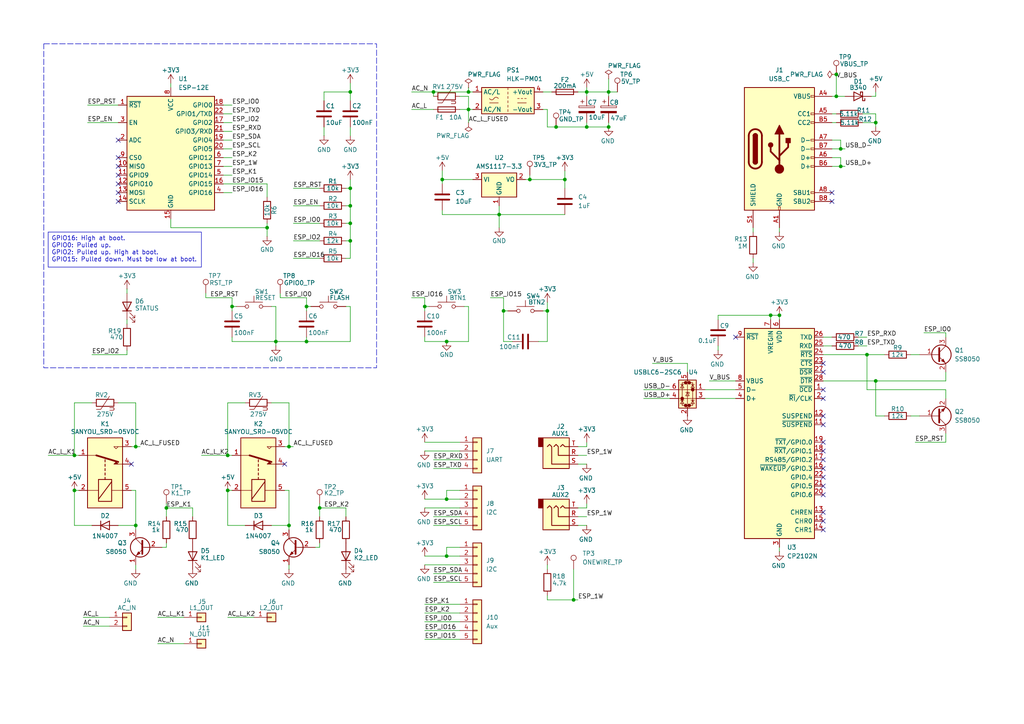
<source format=kicad_sch>
(kicad_sch (version 20231120) (generator "eeschema") (generator_version "8.0")
  (paper "A4")
  (junction (at 21.59 142.24))
  (junction (at 242.57 27.94))
  (junction (at 101.6 69.85))
  (junction (at 242.57 21.59))
  (junction (at 144.78 62.23))
  (junction (at 83.82 129.54))
  (junction (at 153.67 52.07))
  (junction (at 66.04 132.08))
  (junction (at 88.9 88.9))
  (junction (at 158.75 90.17))
  (junction (at 83.82 152.4))
  (junction (at 67.31 88.9))
  (junction (at 163.83 52.07))
  (junction (at 125.73 26.67))
  (junction (at 101.6 26.67))
  (junction (at 129.54 99.06))
  (junction (at 80.01 99.06))
  (junction (at 66.04 142.24))
  (junction (at 77.47 66.04))
  (junction (at 226.06 91.44))
  (junction (at 123.19 88.9))
  (junction (at 39.37 152.4))
  (junction (at 135.89 31.75))
  (junction (at 48.26 147.32))
  (junction (at 243.84 48.26))
  (junction (at 129.54 144.78))
  (junction (at 254 35.56))
  (junction (at 146.05 90.17))
  (junction (at 101.6 54.61))
  (junction (at 21.59 132.08))
  (junction (at 223.52 91.44))
  (junction (at 128.27 52.07))
  (junction (at 101.6 59.69))
  (junction (at 135.89 26.67))
  (junction (at 101.6 64.77))
  (junction (at 170.18 26.67))
  (junction (at 92.71 147.32))
  (junction (at 129.54 161.29))
  (junction (at 161.29 36.83))
  (junction (at 254 110.49))
  (junction (at 176.53 26.67))
  (junction (at 170.18 36.83))
  (junction (at 166.37 173.99))
  (junction (at 243.84 43.18))
  (junction (at 88.9 99.06))
  (junction (at 176.53 36.83))
  (junction (at 251.46 102.87))
  (junction (at 39.37 129.54))
  (no_connect (at 34.29 48.26))
  (no_connect (at 238.76 153.67))
  (no_connect (at 238.76 143.51))
  (no_connect (at 238.76 107.95))
  (no_connect (at 238.76 135.89))
  (no_connect (at 238.76 138.43))
  (no_connect (at 34.29 55.88))
  (no_connect (at 238.76 113.03))
  (no_connect (at 238.76 130.81))
  (no_connect (at 82.55 134.62))
  (no_connect (at 241.3 58.42))
  (no_connect (at 238.76 133.35))
  (no_connect (at 241.3 55.88))
  (no_connect (at 238.76 151.13))
  (no_connect (at 34.29 53.34))
  (no_connect (at 34.29 50.8))
  (no_connect (at 34.29 40.64))
  (no_connect (at 238.76 123.19))
  (no_connect (at 238.76 120.65))
  (no_connect (at 34.29 45.72))
  (no_connect (at 238.76 115.57))
  (no_connect (at 238.76 148.59))
  (no_connect (at 238.76 140.97))
  (no_connect (at 34.29 58.42))
  (no_connect (at 213.36 97.79))
  (no_connect (at 238.76 128.27))
  (no_connect (at 238.76 105.41))
  (no_connect (at 38.1 134.62))
  (wire (pts (xy 77.47 66.04) (xy 77.47 68.58)))
  (wire (pts (xy 78.74 116.84) (xy 83.82 116.84)))
  (wire (pts (xy 251.46 102.87) (xy 251.46 113.03)))
  (wire (pts (xy 242.57 21.59) (xy 242.57 27.94)))
  (wire (pts (xy 204.47 113.03) (xy 213.36 113.03)))
  (wire (pts (xy 123.19 86.36) (xy 123.19 88.9)))
  (wire (pts (xy 242.57 27.94) (xy 245.11 27.94)))
  (wire (pts (xy 101.6 74.93) (xy 101.6 69.85)))
  (wire (pts (xy 243.84 43.18) (xy 245.11 43.18)))
  (wire (pts (xy 34.29 116.84) (xy 39.37 116.84)))
  (wire (pts (xy 39.37 142.24) (xy 39.37 152.4)))
  (wire (pts (xy 59.69 86.36) (xy 67.31 86.36)))
  (wire (pts (xy 123.19 180.34) (xy 133.35 180.34)))
  (wire (pts (xy 238.76 110.49) (xy 254 110.49)))
  (wire (pts (xy 125.73 26.67) (xy 125.73 27.94)))
  (wire (pts (xy 241.3 27.94) (xy 242.57 27.94)))
  (wire (pts (xy 243.84 48.26) (xy 241.3 48.26)))
  (wire (pts (xy 21.59 142.24) (xy 22.86 142.24)))
  (wire (pts (xy 123.19 88.9) (xy 124.46 88.9)))
  (wire (pts (xy 101.6 36.83) (xy 101.6 39.37)))
  (wire (pts (xy 167.64 129.54) (xy 170.18 129.54)))
  (wire (pts (xy 176.53 35.56) (xy 176.53 36.83)))
  (wire (pts (xy 80.01 99.06) (xy 80.01 100.33)))
  (wire (pts (xy 250.19 35.56) (xy 254 35.56)))
  (wire (pts (xy 163.83 52.07) (xy 163.83 54.61)))
  (wire (pts (xy 64.77 53.34) (xy 77.47 53.34)))
  (wire (pts (xy 101.6 69.85) (xy 101.6 64.77)))
  (wire (pts (xy 167.64 147.32) (xy 170.18 147.32)))
  (wire (pts (xy 77.47 57.15) (xy 77.47 53.34)))
  (wire (pts (xy 39.37 163.83) (xy 39.37 165.1)))
  (wire (pts (xy 81.28 86.36) (xy 88.9 86.36)))
  (wire (pts (xy 241.3 35.56) (xy 242.57 35.56)))
  (wire (pts (xy 83.82 129.54) (xy 85.09 129.54)))
  (wire (pts (xy 241.3 40.64) (xy 243.84 40.64)))
  (wire (pts (xy 81.28 85.09) (xy 81.28 86.36)))
  (wire (pts (xy 125.73 168.91) (xy 133.35 168.91)))
  (wire (pts (xy 250.19 33.02) (xy 254 33.02)))
  (wire (pts (xy 254 27.94) (xy 254 26.67)))
  (wire (pts (xy 163.83 49.53) (xy 163.83 52.07)))
  (wire (pts (xy 83.82 163.83) (xy 83.82 165.1)))
  (wire (pts (xy 123.19 161.29) (xy 129.54 161.29)))
  (wire (pts (xy 66.04 132.08) (xy 67.31 132.08)))
  (wire (pts (xy 274.32 107.95) (xy 274.32 110.49)))
  (wire (pts (xy 66.04 152.4) (xy 66.04 142.24)))
  (wire (pts (xy 223.52 92.71) (xy 223.52 91.44)))
  (wire (pts (xy 243.84 45.72) (xy 243.84 48.26)))
  (wire (pts (xy 204.47 115.57) (xy 213.36 115.57)))
  (wire (pts (xy 93.98 26.67) (xy 93.98 29.21)))
  (wire (pts (xy 243.84 40.64) (xy 243.84 43.18)))
  (wire (pts (xy 167.64 134.62) (xy 170.18 134.62)))
  (wire (pts (xy 146.05 86.36) (xy 146.05 90.17)))
  (wire (pts (xy 158.75 173.99) (xy 166.37 173.99)))
  (wire (pts (xy 199.39 105.41) (xy 199.39 107.95)))
  (wire (pts (xy 88.9 88.9) (xy 88.9 90.17)))
  (wire (pts (xy 254 110.49) (xy 254 120.65)))
  (wire (pts (xy 133.35 142.24) (xy 129.54 142.24)))
  (wire (pts (xy 135.89 88.9) (xy 135.89 99.06)))
  (wire (pts (xy 248.92 100.33) (xy 251.46 100.33)))
  (wire (pts (xy 26.67 116.84) (xy 21.59 116.84)))
  (wire (pts (xy 248.92 97.79) (xy 251.46 97.79)))
  (wire (pts (xy 144.78 62.23) (xy 144.78 59.69)))
  (wire (pts (xy 64.77 50.8) (xy 67.31 50.8)))
  (wire (pts (xy 88.9 86.36) (xy 88.9 88.9)))
  (wire (pts (xy 82.55 142.24) (xy 83.82 142.24)))
  (wire (pts (xy 135.89 25.4) (xy 135.89 26.67)))
  (wire (pts (xy 36.83 92.71) (xy 36.83 93.98)))
  (wire (pts (xy 49.53 66.04) (xy 77.47 66.04)))
  (wire (pts (xy 85.09 74.93) (xy 92.71 74.93)))
  (wire (pts (xy 119.38 31.75) (xy 125.73 31.75)))
  (wire (pts (xy 123.19 175.26) (xy 133.35 175.26)))
  (wire (pts (xy 208.28 92.71) (xy 208.28 91.44)))
  (wire (pts (xy 85.09 59.69) (xy 92.71 59.69)))
  (wire (pts (xy 64.77 38.1) (xy 67.31 38.1)))
  (wire (pts (xy 170.18 26.67) (xy 170.18 25.4)))
  (wire (pts (xy 158.75 172.72) (xy 158.75 173.99)))
  (wire (pts (xy 226.06 158.75) (xy 226.06 160.02)))
  (wire (pts (xy 123.19 128.27) (xy 133.35 128.27)))
  (wire (pts (xy 48.26 147.32) (xy 55.88 147.32)))
  (wire (pts (xy 157.48 90.17) (xy 158.75 90.17)))
  (wire (pts (xy 80.01 99.06) (xy 88.9 99.06)))
  (wire (pts (xy 205.74 110.49) (xy 213.36 110.49)))
  (wire (pts (xy 64.77 30.48) (xy 67.31 30.48)))
  (wire (pts (xy 133.35 31.75) (xy 135.89 31.75)))
  (wire (pts (xy 133.35 27.94) (xy 135.89 27.94)))
  (wire (pts (xy 241.3 33.02) (xy 242.57 33.02)))
  (wire (pts (xy 123.19 99.06) (xy 129.54 99.06)))
  (wire (pts (xy 24.13 179.07) (xy 31.75 179.07)))
  (wire (pts (xy 274.32 110.49) (xy 254 110.49)))
  (wire (pts (xy 92.71 146.05) (xy 92.71 147.32)))
  (wire (pts (xy 166.37 173.99) (xy 167.64 173.99)))
  (wire (pts (xy 128.27 52.07) (xy 128.27 53.34)))
  (wire (pts (xy 45.72 186.69) (xy 53.34 186.69)))
  (wire (pts (xy 78.74 152.4) (xy 83.82 152.4)))
  (wire (pts (xy 101.6 59.69) (xy 100.33 59.69)))
  (wire (pts (xy 92.71 149.86) (xy 92.71 147.32)))
  (wire (pts (xy 226.06 91.44) (xy 226.06 92.71)))
  (wire (pts (xy 48.26 146.05) (xy 48.26 147.32)))
  (wire (pts (xy 265.43 128.27) (xy 274.32 128.27)))
  (wire (pts (xy 25.4 30.48) (xy 34.29 30.48)))
  (wire (pts (xy 274.32 113.03) (xy 274.32 115.57)))
  (wire (pts (xy 167.64 132.08) (xy 170.18 132.08)))
  (wire (pts (xy 100.33 147.32) (xy 92.71 147.32)))
  (wire (pts (xy 64.77 48.26) (xy 67.31 48.26)))
  (wire (pts (xy 92.71 158.75) (xy 92.71 157.48)))
  (wire (pts (xy 123.19 185.42) (xy 133.35 185.42)))
  (wire (pts (xy 135.89 27.94) (xy 135.89 31.75)))
  (wire (pts (xy 36.83 83.82) (xy 36.83 85.09)))
  (wire (pts (xy 170.18 35.56) (xy 170.18 36.83)))
  (wire (pts (xy 208.28 100.33) (xy 208.28 101.6)))
  (wire (pts (xy 67.31 88.9) (xy 67.31 90.17)))
  (wire (pts (xy 226.06 66.04) (xy 226.06 67.31)))
  (wire (pts (xy 85.09 54.61) (xy 92.71 54.61)))
  (wire (pts (xy 161.29 36.83) (xy 170.18 36.83)))
  (wire (pts (xy 241.3 45.72) (xy 243.84 45.72)))
  (wire (pts (xy 238.76 100.33) (xy 241.3 100.33)))
  (wire (pts (xy 125.73 152.4) (xy 133.35 152.4)))
  (wire (pts (xy 148.59 99.06) (xy 146.05 99.06)))
  (wire (pts (xy 163.83 62.23) (xy 144.78 62.23)))
  (wire (pts (xy 38.1 142.24) (xy 39.37 142.24)))
  (wire (pts (xy 64.77 35.56) (xy 67.31 35.56)))
  (wire (pts (xy 88.9 97.79) (xy 88.9 99.06)))
  (wire (pts (xy 88.9 88.9) (xy 90.17 88.9)))
  (wire (pts (xy 157.48 26.67) (xy 160.02 26.67)))
  (wire (pts (xy 176.53 36.83) (xy 170.18 36.83)))
  (wire (pts (xy 176.53 27.94) (xy 176.53 26.67)))
  (wire (pts (xy 34.29 152.4) (xy 39.37 152.4)))
  (wire (pts (xy 123.19 182.88) (xy 133.35 182.88)))
  (wire (pts (xy 123.19 88.9) (xy 123.19 90.17)))
  (wire (pts (xy 82.55 129.54) (xy 83.82 129.54)))
  (wire (pts (xy 176.53 22.86) (xy 176.53 26.67)))
  (wire (pts (xy 146.05 90.17) (xy 146.05 99.06)))
  (wire (pts (xy 39.37 129.54) (xy 40.64 129.54)))
  (wire (pts (xy 158.75 31.75) (xy 158.75 36.83)))
  (wire (pts (xy 152.4 52.07) (xy 153.67 52.07)))
  (wire (pts (xy 129.54 144.78) (xy 133.35 144.78)))
  (wire (pts (xy 135.89 31.75) (xy 135.89 35.56)))
  (wire (pts (xy 91.44 158.75) (xy 92.71 158.75)))
  (wire (pts (xy 243.84 43.18) (xy 241.3 43.18)))
  (wire (pts (xy 67.31 88.9) (xy 68.58 88.9)))
  (wire (pts (xy 156.21 99.06) (xy 158.75 99.06)))
  (wire (pts (xy 153.67 50.8) (xy 153.67 52.07)))
  (wire (pts (xy 64.77 33.02) (xy 67.31 33.02)))
  (wire (pts (xy 157.48 31.75) (xy 158.75 31.75)))
  (wire (pts (xy 25.4 35.56) (xy 34.29 35.56)))
  (wire (pts (xy 264.16 102.87) (xy 266.7 102.87)))
  (wire (pts (xy 170.18 26.67) (xy 176.53 26.67)))
  (wire (pts (xy 101.6 26.67) (xy 101.6 24.13)))
  (wire (pts (xy 186.69 113.03) (xy 194.31 113.03)))
  (wire (pts (xy 146.05 90.17) (xy 147.32 90.17)))
  (wire (pts (xy 170.18 146.05) (xy 170.18 147.32)))
  (wire (pts (xy 64.77 43.18) (xy 67.31 43.18)))
  (wire (pts (xy 167.64 26.67) (xy 170.18 26.67)))
  (wire (pts (xy 251.46 102.87) (xy 256.54 102.87)))
  (wire (pts (xy 274.32 125.73) (xy 274.32 128.27)))
  (wire (pts (xy 101.6 99.06) (xy 88.9 99.06)))
  (wire (pts (xy 21.59 132.08) (xy 22.86 132.08)))
  (wire (pts (xy 45.72 179.07) (xy 53.34 179.07)))
  (wire (pts (xy 21.59 152.4) (xy 21.59 142.24)))
  (wire (pts (xy 264.16 120.65) (xy 266.7 120.65)))
  (wire (pts (xy 158.75 87.63) (xy 158.75 90.17)))
  (wire (pts (xy 48.26 157.48) (xy 48.26 158.75)))
  (wire (pts (xy 80.01 88.9) (xy 80.01 99.06)))
  (wire (pts (xy 129.54 99.06) (xy 135.89 99.06)))
  (wire (pts (xy 170.18 26.67) (xy 170.18 27.94)))
  (wire (pts (xy 238.76 102.87) (xy 251.46 102.87)))
  (wire (pts (xy 66.04 116.84) (xy 66.04 132.08)))
  (wire (pts (xy 186.69 115.57) (xy 194.31 115.57)))
  (wire (pts (xy 80.01 88.9) (xy 78.74 88.9)))
  (wire (pts (xy 101.6 64.77) (xy 101.6 59.69)))
  (wire (pts (xy 208.28 91.44) (xy 223.52 91.44)))
  (wire (pts (xy 243.84 48.26) (xy 245.11 48.26)))
  (wire (pts (xy 13.97 132.08) (xy 21.59 132.08)))
  (wire (pts (xy 125.73 133.35) (xy 133.35 133.35)))
  (wire (pts (xy 125.73 149.86) (xy 133.35 149.86)))
  (wire (pts (xy 167.64 152.4) (xy 170.18 152.4)))
  (wire (pts (xy 24.13 181.61) (xy 31.75 181.61)))
  (wire (pts (xy 48.26 149.86) (xy 48.26 147.32)))
  (wire (pts (xy 39.37 153.67) (xy 39.37 152.4)))
  (wire (pts (xy 189.23 105.41) (xy 199.39 105.41)))
  (wire (pts (xy 119.38 26.67) (xy 125.73 26.67)))
  (wire (pts (xy 123.19 147.32) (xy 133.35 147.32)))
  (wire (pts (xy 36.83 101.6) (xy 36.83 102.87)))
  (wire (pts (xy 123.19 144.78) (xy 129.54 144.78)))
  (wire (pts (xy 134.62 88.9) (xy 135.89 88.9)))
  (wire (pts (xy 26.67 102.87) (xy 36.83 102.87)))
  (wire (pts (xy 85.09 64.77) (xy 92.71 64.77)))
  (wire (pts (xy 135.89 26.67) (xy 137.16 26.67)))
  (wire (pts (xy 119.38 86.36) (xy 123.19 86.36)))
  (wire (pts (xy 144.78 62.23) (xy 144.78 66.04)))
  (wire (pts (xy 21.59 116.84) (xy 21.59 132.08)))
  (wire (pts (xy 128.27 60.96) (xy 128.27 62.23)))
  (wire (pts (xy 77.47 64.77) (xy 77.47 66.04)))
  (wire (pts (xy 46.99 158.75) (xy 48.26 158.75)))
  (wire (pts (xy 267.97 96.52) (xy 274.32 96.52)))
  (wire (pts (xy 153.67 52.07) (xy 163.83 52.07)))
  (wire (pts (xy 101.6 54.61) (xy 101.6 59.69)))
  (wire (pts (xy 100.33 74.93) (xy 101.6 74.93)))
  (wire (pts (xy 101.6 26.67) (xy 101.6 29.21)))
  (wire (pts (xy 129.54 161.29) (xy 133.35 161.29)))
  (wire (pts (xy 49.53 24.13) (xy 49.53 25.4)))
  (wire (pts (xy 125.73 26.67) (xy 135.89 26.67)))
  (wire (pts (xy 158.75 163.83) (xy 158.75 165.1)))
  (wire (pts (xy 128.27 52.07) (xy 137.16 52.07)))
  (wire (pts (xy 67.31 99.06) (xy 67.31 97.79)))
  (wire (pts (xy 83.82 116.84) (xy 83.82 129.54)))
  (wire (pts (xy 39.37 116.84) (xy 39.37 129.54)))
  (wire (pts (xy 59.69 85.09) (xy 59.69 86.36)))
  (wire (pts (xy 129.54 142.24) (xy 129.54 144.78)))
  (wire (pts (xy 252.73 27.94) (xy 254 27.94)))
  (wire (pts (xy 100.33 64.77) (xy 101.6 64.77)))
  (wire (pts (xy 123.19 130.81) (xy 133.35 130.81)))
  (wire (pts (xy 223.52 91.44) (xy 226.06 91.44)))
  (wire (pts (xy 129.54 158.75) (xy 129.54 161.29)))
  (wire (pts (xy 64.77 45.72) (xy 67.31 45.72)))
  (wire (pts (xy 123.19 177.8) (xy 133.35 177.8)))
  (wire (pts (xy 218.44 74.93) (xy 218.44 76.2)))
  (wire (pts (xy 64.77 55.88) (xy 67.31 55.88)))
  (wire (pts (xy 83.82 152.4) (xy 83.82 153.67)))
  (wire (pts (xy 133.35 158.75) (xy 129.54 158.75)))
  (wire (pts (xy 93.98 26.67) (xy 101.6 26.67)))
  (wire (pts (xy 123.19 97.79) (xy 123.19 99.06)))
  (wire (pts (xy 83.82 142.24) (xy 83.82 152.4)))
  (wire (pts (xy 64.77 40.64) (xy 67.31 40.64)))
  (wire (pts (xy 135.89 31.75) (xy 137.16 31.75)))
  (wire (pts (xy 142.24 86.36) (xy 146.05 86.36)))
  (wire (pts (xy 100.33 88.9) (xy 101.6 88.9)))
  (wire (pts (xy 67.31 86.36) (xy 67.31 88.9)))
  (wire (pts (xy 80.01 99.06) (xy 67.31 99.06)))
  (wire (pts (xy 128.27 62.23) (xy 144.78 62.23)))
  (wire (pts (xy 158.75 90.17) (xy 158.75 99.06)))
  (wire (pts (xy 38.1 129.54) (xy 39.37 129.54)))
  (wire (pts (xy 218.44 66.04) (xy 218.44 67.31)))
  (wire (pts (xy 71.12 116.84) (xy 66.04 116.84)))
  (wire (pts (xy 93.98 36.83) (xy 93.98 39.37)))
  (wire (pts (xy 179.07 26.67) (xy 176.53 26.67)))
  (wire (pts (xy 166.37 165.1) (xy 166.37 173.99)))
  (wire (pts (xy 100.33 54.61) (xy 101.6 54.61)))
  (wire (pts (xy 55.88 149.86) (xy 55.88 147.32)))
  (wire (pts (xy 167.64 149.86) (xy 170.18 149.86)))
  (wire (pts (xy 128.27 49.53) (xy 128.27 52.07)))
  (wire (pts (xy 251.46 113.03) (xy 274.32 113.03)))
  (wire (pts (xy 254 35.56) (xy 254 36.83)))
  (wire (pts (xy 66.04 142.24) (xy 67.31 142.24)))
  (wire (pts (xy 71.12 152.4) (xy 66.04 152.4)))
  (wire (pts (xy 101.6 88.9) (xy 101.6 99.06)))
  (wire (pts (xy 125.73 166.37) (xy 133.35 166.37)))
  (wire (pts (xy 158.75 36.83) (xy 161.29 36.83)))
  (wire (pts (xy 123.19 163.83) (xy 133.35 163.83)))
  (wire (pts (xy 66.04 179.07) (xy 73.66 179.07)))
  (wire (pts (xy 170.18 128.27) (xy 170.18 129.54)))
  (wire (pts (xy 85.09 69.85) (xy 92.71 69.85)))
  (wire (pts (xy 274.32 97.79) (xy 274.32 96.52)))
  (wire (pts (xy 238.76 97.79) (xy 241.3 97.79)))
  (wire (pts (xy 100.33 69.85) (xy 101.6 69.85)))
  (wire (pts (xy 125.73 135.89) (xy 133.35 135.89)))
  (wire (pts (xy 26.67 152.4) (xy 21.59 152.4)))
  (wire (pts (xy 58.42 132.08) (xy 66.04 132.08)))
  (wire (pts (xy 254 33.02) (xy 254 35.56)))
  (wire (pts (xy 254 120.65) (xy 256.54 120.65)))
  (wire (pts (xy 49.53 63.5) (xy 49.53 66.04)))
  (wire (pts (xy 101.6 52.07) (xy 101.6 54.61)))
  (wire (pts (xy 100.33 149.86) (xy 100.33 147.32)))
  (rectangle (start 12.7 12.7) (end 109.22 106.68) (stroke (width 0) (type dash)))
  (text_box "GPIO16: High at boot.\nGPIO0: Pulled up.\nGPIO2: Pulled up. High at boot.\nGPIO15: Pulled down. Must be low at boot." (at 13.97 67.31 0) (size 44.45 10.16) (effects (font (size 1.27 1.27)) (justify left top)))
  (label "V_BUS" (at 189.23 105.41 0))
  (label "ESP_IO2" (at 67.31 35.56 0))
  (label "USB_D-" (at 245.11 43.18 0))
  (label "ESP_RST" (at 25.4 30.48 0))
  (label "ESP_SDA" (at 125.73 166.37 0))
  (label "ESP_SDA" (at 67.31 40.64 0))
  (label "ESP_EN" (at 85.09 59.69 0))
  (label "V_BUS" (at 242.57 22.86 0))
  (label "ESP_1W" (at 170.18 149.86 0))
  (label "ESP_IO16" (at 123.19 182.88 0))
  (label "AC_L_FUSED" (at 85.09 129.54 0))
  (label "ESP_IO16" (at 67.31 55.88 0))
  (label "ESP_IO15" (at 67.31 53.34 0))
  (label "ESP_1W" (at 170.18 132.08 0))
  (label "ESP_TXD" (at 125.73 135.89 0))
  (label "ESP_RST" (at 85.09 54.61 0))
  (label "ESP_K1" (at 48.26 147.32 0))
  (label "ESP_IO0" (at 67.31 30.48 0))
  (label "ESP_SDA" (at 125.73 149.86 0))
  (label "ESP_IO0" (at 85.09 64.77 0))
  (label "ESP_IO2" (at 85.09 69.85 0))
  (label "ESP_IO16" (at 85.09 74.93 0))
  (label "AC_L_K2" (at 66.04 179.07 0))
  (label "ESP_K2" (at 123.19 177.8 0))
  (label "ESP_RXD" (at 125.73 133.35 0))
  (label "ESP_K1" (at 67.31 50.8 0))
  (label "USB_D+" (at 186.69 115.57 0))
  (label "ESP_RXD" (at 67.31 38.1 0))
  (label "ESP_SCL" (at 67.31 43.18 0))
  (label "AC_N" (at 24.13 181.61 0))
  (label "ESP_IO2" (at 26.67 102.87 0))
  (label "AC_L_K2" (at 58.42 132.08 0))
  (label "ESP_IO0" (at 267.97 96.52 0))
  (label "ESP_1W" (at 167.64 173.99 0))
  (label "ESP_IO0" (at 123.19 180.34 0))
  (label "ESP_IO15" (at 123.19 185.42 0))
  (label "ESP_SCL" (at 125.73 152.4 0))
  (label "AC_L_FUSED" (at 135.89 35.56 0))
  (label "ESP_TXD" (at 67.31 33.02 0))
  (label "ESP_IO16" (at 119.38 86.36 0))
  (label "ESP_EN" (at 25.4 35.56 0))
  (label "ESP_SCL" (at 125.73 168.91 0))
  (label "ESP_TXD" (at 251.46 100.33 0))
  (label "ESP_RXD" (at 251.46 97.79 0))
  (label "AC_L_K1" (at 13.97 132.08 0))
  (label "AC_L_K1" (at 45.72 179.07 0))
  (label "V_BUS" (at 205.74 110.49 0))
  (label "ESP_1W" (at 67.31 48.26 0))
  (label "ESP_RST" (at 60.96 86.36 0))
  (label "ESP_K1" (at 123.19 175.26 0))
  (label "ESP_K2" (at 93.98 147.32 0))
  (label "AC_N" (at 45.72 186.69 0))
  (label "ESP_RST" (at 265.43 128.27 0))
  (label "USB_D+" (at 245.11 48.26 0))
  (label "AC_L" (at 24.13 179.07 0))
  (label "ESP_K2" (at 67.31 45.72 0))
  (label "AC_L" (at 119.38 31.75 0))
  (label "AC_L_FUSED" (at 40.64 129.54 0))
  (label "ESP_IO15" (at 142.24 86.36 0))
  (label "AC_N" (at 119.38 26.67 0))
  (label "USB_D-" (at 186.69 113.03 0))
  (label "ESP_IO0" (at 82.55 86.36 0))
  (symbol (lib_id "power:GND") (at 123.19 147.32 0) (unit 1)
    (property "Reference" "#PWR033" (effects (hide yes)))
    (property "Value" "GND" (at 122.936 151.384 0))
    (property "Description" "Power symbol creates a global label with name \"GND\" , ground" (effects (hide yes)))
  )
  (symbol (lib_id "power:+3V3") (at 163.83 49.53 0) (unit 1)
    (property "Reference" "#PWR08" (effects (hide yes)))
    (property "Value" "+3V3" (at 163.83 45.72 0))
    (property "Description" "Power symbol creates a global label with name \"+3V3\"" (effects (hide yes)))
  )
  (symbol (lib_id "power:GND") (at 129.54 99.06 0) (unit 1)
    (property "Reference" "#PWR037" (effects (hide yes)))
    (property "Value" "GND" (at 129.54 102.87 0))
    (property "Description" "Power symbol creates a global label with name \"GND\" , ground" (effects (hide yes)))
  )
  (symbol (lib_id "Connector_Generic:Conn_01x02") (at 36.83 179.07 0) (unit 1)
    (property "Reference" "J4" (at 36.83 174.244 0))
    (property "Value" "AC_IN" (at 36.83 176.276 0))
    (property "Footprint" "Connector_Wire:SolderWire-1.5sqmm_1x02_P6mm_D1.7mm_OD3mm" (effects (hide yes)))
    (property "Description" "Generic connector, single row, 01x02, script generated (kicad-library-utils/schlib/autogen/connector/)" (effects (hide yes)))
  )
  (symbol (lib_id "Device:C_Polarized") (at 176.53 31.75 0) (unit 1)
    (property "Reference" "C8" (at 176.784 29.718 0) (effects (justify left)))
    (property "Value" "47uF" (at 177.038 34.29 0) (effects (justify left)))
    (property "Footprint" "Capacitor_SMD:CP_Elec_5x5.3" (effects (hide yes)))
    (property "Description" "Polarized capacitor" (effects (hide yes)))
  )
  (symbol (lib_id "Connector_Audio:AudioJack3") (at 162.56 132.08 0) (mirror x) (unit 1)
    (property "Reference" "J2" (at 163.83 123.698 0) (effects (justify right)))
    (property "Value" "AUX1" (at 165.1 125.73 0) (effects (justify right)))
    (property "Footprint" "Connector_Audio:Jack_3.5mm_Switronic_ST-005-G_horizontal" (effects (hide yes)))
    (property "Description" "Audio Jack, 3 Poles (Stereo / TRS)" (effects (hide yes)))
  )
  (symbol (lib_id "Device:R") (at 158.75 168.91 180) (unit 1)
    (property "Reference" "R18" (at 162.052 167.132 0))
    (property "Value" "4.7k" (at 162.306 169.164 0))
    (property "Footprint" "Resistor_SMD:R_0805_2012Metric" (effects (hide yes)))
    (property "Description" "Resistor" (effects (hide yes)))
  )
  (symbol (lib_id "Switch:SW_Push") (at 152.4 90.17 0) (unit 1)
    (property "Reference" "SW4" (at 154.686 85.852 0))
    (property "Value" "BTN2" (at 155.702 87.63 0))
    (property "Footprint" "Button_Switch_THT:SW_PUSH_6mm_H13mm" (effects (hide yes)))
    (property "Description" "Push button switch, generic, two pins" (effects (hide yes)))
  )
  (symbol (lib_id "Diode:B340") (at 248.92 27.94 180) (unit 1)
    (property "Reference" "D1" (at 248.92 23.622 0))
    (property "Value" "B340" (at 248.92 25.4 0))
    (property "Footprint" "Diode_SMD:D_2010_5025Metric_Pad1.52x2.65mm_HandSolder" (effects (hide yes)))
    (property "Datasheet" "http://www.jameco.com/Jameco/Products/ProdDS/1538777.pdf" (effects (hide yes)))
    (property "Description" "40V 3A Schottky Barrier Rectifier Diode, SMC" (effects (hide yes)))
  )
  (symbol (lib_id "Device:R") (at 246.38 33.02 90) (unit 1)
    (property "Reference" "R11" (at 250.444 32.004 90))
    (property "Value" "5.11k" (at 246.126 33.02 90))
    (property "Footprint" "Resistor_SMD:R_0805_2012Metric" (effects (hide yes)))
    (property "Description" "Resistor" (effects (hide yes)))
  )
  (symbol (lib_id "power:+5V") (at 170.18 25.4 0) (unit 1)
    (property "Reference" "#PWR015" (effects (hide yes)))
    (property "Value" "+5V" (at 170.18 21.59 0))
    (property "Description" "Power symbol creates a global label with name \"+5V\"" (effects (hide yes)))
  )
  (symbol (lib_id "power:GND") (at 254 36.83 0) (unit 1)
    (property "Reference" "#PWR012" (effects (hide yes)))
    (property "Value" "GND" (at 253.746 40.894 0))
    (property "Description" "Power symbol creates a global label with name \"GND\" , ground" (effects (hide yes)))
  )
  (symbol (lib_id "power:PWR_FLAG") (at 242.57 21.59 90) (unit 1)
    (property "Reference" "#FLG01" (effects (hide yes)))
    (property "Value" "PWR_FLAG" (at 238.76 21.5899 90) (effects (justify left)))
    (property "Description" "Special symbol for telling ERC where power comes from" (effects (hide yes)))
  )
  (symbol (lib_id "power:GND") (at 144.78 66.04 0) (unit 1)
    (property "Reference" "#PWR07" (effects (hide yes)))
    (property "Value" "GND" (at 144.78 69.85 0))
    (property "Description" "Power symbol creates a global label with name \"GND\" , ground" (effects (hide yes)))
  )
  (symbol (lib_id "Diode:1N4007") (at 30.48 152.4 0) (unit 1)
    (property "Reference" "D2" (at 30.48 149.606 0))
    (property "Value" "1N4007" (at 30.48 155.448 0))
    (property "Footprint" "Diode_THT:D_A-405_P7.62mm_Horizontal" (effects (hide yes)))
    (property "Datasheet" "http://www.vishay.com/docs/88503/1n4001.pdf" (effects (hide yes)))
    (property "Description" "1000V 1A General Purpose Rectifier Diode, DO-41" (effects (hide yes)))
    (property "Sim.Device" "D" (effects (hide yes)))
    (property "Sim.Pins" "1=K 2=A" (effects (hide yes)))
  )
  (symbol (lib_id "Connector_Generic:Conn_01x01") (at 78.74 179.07 0) (unit 1)
    (property "Reference" "J6" (at 77.724 174.498 0) (effects (justify left)))
    (property "Value" "L2_OUT" (at 75.184 176.276 0) (effects (justify left)))
    (property "Footprint" "Connector_Wire:SolderWire-1.5sqmm_1x01_D1.7mm_OD3mm" (effects (hide yes)))
    (property "Description" "Generic connector, single row, 01x01, script generated (kicad-library-utils/schlib/autogen/connector/)" (effects (hide yes)))
  )
  (symbol (lib_id "power:PWR_FLAG") (at 135.89 35.56 180) (unit 1)
    (property "Reference" "#FLG04" (effects (hide yes)))
    (property "Value" "PWR_FLAG" (at 131.318 39.37 0))
    (property "Description" "Special symbol for telling ERC where power comes from" (effects (hide yes)))
  )
  (symbol (lib_id "Device:R") (at 218.44 71.12 180) (unit 1)
    (property "Reference" "R13" (at 214.884 69.342 0))
    (property "Value" "1M" (at 215.392 71.374 0))
    (property "Footprint" "Resistor_SMD:R_0805_2012Metric" (effects (hide yes)))
    (property "Description" "Resistor" (effects (hide yes)))
  )
  (symbol (lib_id "power:PWR_FLAG") (at 135.89 25.4 0) (unit 1)
    (property "Reference" "#FLG03" (effects (hide yes)))
    (property "Value" "PWR_FLAG" (at 140.462 21.59 0))
    (property "Description" "Special symbol for telling ERC where power comes from" (effects (hide yes)))
  )
  (symbol (lib_id "Connector_Generic:Conn_01x05") (at 138.43 180.34 0) (unit 1)
    (property "Reference" "J10" (at 140.97 179.0699 0) (effects (justify left)))
    (property "Value" "Aux" (at 140.97 181.6099 0) (effects (justify left)))
    (property "Footprint" "Connector_PinHeader_2.54mm:PinHeader_1x05_P2.54mm_Vertical" (effects (hide yes)))
    (property "Description" "Generic connector, single row, 01x05, script generated (kicad-library-utils/schlib/autogen/connector/)" (effects (hide yes)))
  )
  (symbol (lib_id "power:+3V3") (at 101.6 24.13 0) (unit 1)
    (property "Reference" "#PWR02" (effects (hide yes)))
    (property "Value" "+3V3" (at 101.6 20.32 0))
    (property "Description" "Power symbol creates a global label with name \"+3V3\"" (effects (hide yes)))
  )
  (symbol (lib_id "power:GND") (at 170.18 152.4 0) (unit 1)
    (property "Reference" "#PWR025" (effects (hide yes)))
    (property "Value" "GND" (at 169.926 156.464 0))
    (property "Description" "Power symbol creates a global label with name \"GND\" , ground" (effects (hide yes)))
  )
  (symbol (lib_id "Device:R") (at 96.52 69.85 90) (unit 1)
    (property "Reference" "R4" (at 96.52 67.818 90))
    (property "Value" "12k" (at 96.52 69.85 90))
    (property "Footprint" "Resistor_SMD:R_0805_2012Metric" (effects (hide yes)))
    (property "Description" "Resistor" (effects (hide yes)))
  )
  (symbol (lib_id "Connector:TestPoint") (at 242.57 21.59 0) (unit 1)
    (property "Reference" "TP9" (at 243.332 16.51 0) (effects (justify left)))
    (property "Value" "VBUS_TP" (at 243.586 18.542 0) (effects (justify left)))
    (property "Footprint" "TestPoint:TestPoint_Pad_D1.0mm" (effects (hide yes)))
    (property "Description" "test point" (effects (hide yes)))
  )
  (symbol (lib_id "Device:C") (at 93.98 33.02 0) (unit 1)
    (property "Reference" "C1" (at 94.488 30.734 0) (effects (justify left)))
    (property "Value" "10uF" (at 94.488 35.56 0) (effects (justify left)))
    (property "Footprint" "Capacitor_SMD:C_1206_3216Metric" (effects (hide yes)))
    (property "Description" "Unpolarized capacitor" (effects (hide yes)))
  )
  (symbol (lib_id "Device:C") (at 101.6 33.02 0) (unit 1)
    (property "Reference" "C2" (at 102.108 30.734 0) (effects (justify left)))
    (property "Value" "100nF" (at 102.108 35.56 0) (effects (justify left)))
    (property "Footprint" "Capacitor_SMD:C_0805_2012Metric" (effects (hide yes)))
    (property "Description" "Unpolarized capacitor" (effects (hide yes)))
  )
  (symbol (lib_id "Device:Varistor") (at 30.48 116.84 90) (unit 1)
    (property "Reference" "RV2" (at 29.464 114.554 90))
    (property "Value" "275V" (at 30.48 120.142 90))
    (property "Footprint" "Varistor:RV_Disc_D12mm_W4.5mm_P7.5mm" (effects (hide yes)))
    (property "Description" "Voltage dependent resistor" (effects (hide yes)))
    (property "Sim.Name" "kicad_builtin_varistor" (effects (hide yes)))
    (property "Sim.Device" "SUBCKT" (effects (hide yes)))
    (property "Sim.Pins" "1=A 2=B" (effects (hide yes)))
    (property "Sim.Params" "threshold=1k" (effects (hide yes)))
    (property "Sim.Library" "${KICAD7_SYMBOL_DIR}/Simulation_SPICE.sp" (effects (hide yes)))
  )
  (symbol (lib_id "power:GND") (at 176.53 36.83 0) (unit 1)
    (property "Reference" "#PWR016" (effects (hide yes)))
    (property "Value" "GND" (at 176.276 40.894 0))
    (property "Description" "Power symbol creates a global label with name \"GND\" , ground" (effects (hide yes)))
  )
  (symbol (lib_id "Connector:TestPoint") (at 161.29 36.83 0) (unit 1)
    (property "Reference" "TP4" (at 162.052 32.512 0) (effects (justify left)))
    (property "Value" "GND_TP" (at 162.052 34.544 0) (effects (justify left)))
    (property "Footprint" "TestPoint:TestPoint_Pad_D1.0mm" (effects (hide yes)))
    (property "Description" "test point" (effects (hide yes)))
  )
  (symbol (lib_id "Device:C") (at 152.4 99.06 270) (unit 1)
    (property "Reference" "C11" (at 147.066 97.79 90) (effects (justify left)))
    (property "Value" "100nF" (at 144.78 100.584 90) (effects (justify left)))
    (property "Footprint" "Capacitor_SMD:C_0805_2012Metric" (effects (hide yes)))
    (property "Description" "Unpolarized capacitor" (effects (hide yes)))
  )
  (symbol (lib_id "power:PWR_FLAG") (at 176.53 22.86 0) (unit 1)
    (property "Reference" "#FLG02" (effects (hide yes)))
    (property "Value" "PWR_FLAG" (at 181.102 19.05 0))
    (property "Description" "Special symbol for telling ERC where power comes from" (effects (hide yes)))
  )
  (symbol (lib_id "power:GND") (at 77.47 68.58 0) (unit 1)
    (property "Reference" "#PWR01" (effects (hide yes)))
    (property "Value" "GND" (at 77.47 72.39 0))
    (property "Description" "Power symbol creates a global label with name \"GND\" , ground" (effects (hide yes)))
  )
  (symbol (lib_id "Device:C") (at 208.28 96.52 0) (unit 1)
    (property "Reference" "C9" (at 208.788 94.488 0) (effects (justify left)))
    (property "Value" "0.1uF" (at 202.438 98.806 0) (effects (justify left)))
    (property "Footprint" "Capacitor_SMD:C_0805_2012Metric" (effects (hide yes)))
    (property "Description" "Unpolarized capacitor" (effects (hide yes)))
  )
  (symbol (lib_id "power:GND") (at 123.19 163.83 0) (unit 1)
    (property "Reference" "#PWR040" (effects (hide yes)))
    (property "Value" "GND" (at 122.936 167.894 0))
    (property "Description" "Power symbol creates a global label with name \"GND\" , ground" (effects (hide yes)))
  )
  (symbol (lib_id "Connector_Generic:Conn_01x01") (at 58.42 186.69 0) (unit 1)
    (property "Reference" "J11" (at 57.404 182.118 0) (effects (justify left)))
    (property "Value" "N_OUT" (at 54.864 183.896 0) (effects (justify left)))
    (property "Footprint" "Connector_Wire:SolderWire-1.5sqmm_1x01_D1.7mm_OD3mm" (effects (hide yes)))
    (property "Description" "Generic connector, single row, 01x01, script generated (kicad-library-utils/schlib/autogen/connector/)" (effects (hide yes)))
  )
  (symbol (lib_id "Switch:SW_Push") (at 95.25 88.9 0) (unit 1)
    (property "Reference" "SW2" (at 97.536 84.582 0))
    (property "Value" "FLASH" (at 98.552 86.36 0))
    (property "Footprint" "Button_Switch_THT:SW_PUSH_6mm_H13mm" (effects (hide yes)))
    (property "Description" "Push button switch, generic, two pins" (effects (hide yes)))
  )
  (symbol (lib_id "Device:R") (at 96.52 54.61 90) (unit 1)
    (property "Reference" "R1" (at 96.52 52.578 90))
    (property "Value" "10k" (at 96.52 54.61 90))
    (property "Footprint" "Resistor_SMD:R_0805_2012Metric" (effects (hide yes)))
    (property "Description" "Resistor" (effects (hide yes)))
  )
  (symbol (lib_id "Device:C") (at 67.31 93.98 0) (unit 1)
    (property "Reference" "C5" (at 67.818 91.694 0) (effects (justify left)))
    (property "Value" "100nF" (at 67.818 96.52 0) (effects (justify left)))
    (property "Footprint" "Capacitor_SMD:C_0805_2012Metric" (effects (hide yes)))
    (property "Description" "Unpolarized capacitor" (effects (hide yes)))
  )
  (symbol (lib_id "Device:LED") (at 55.88 161.29 90) (unit 1)
    (property "Reference" "D5" (at 58.166 159.766 90) (effects (justify right)))
    (property "Value" "K1_LED" (at 58.166 161.798 90) (effects (justify right)))
    (property "Footprint" "LED_SMD:LED_0805_2012Metric" (effects (hide yes)))
    (property "Description" "Light emitting diode" (effects (hide yes)))
  )
  (symbol (lib_id "Device:R") (at 36.83 97.79 180) (unit 1)
    (property "Reference" "R19" (at 33.274 96.012 0))
    (property "Value" "470" (at 33.782 97.79 0))
    (property "Footprint" "Resistor_SMD:R_0805_2012Metric" (effects (hide yes)))
    (property "Description" "Resistor" (effects (hide yes)))
  )
  (symbol (lib_id "power:+5V") (at 66.04 142.24 0) (unit 1)
    (property "Reference" "#PWR036" (effects (hide yes)))
    (property "Value" "+5V" (at 66.04 138.43 0))
    (property "Description" "Power symbol creates a global label with name \"+5V\"" (effects (hide yes)))
  )
  (symbol (lib_id "Connector:USB_C_Receptacle_USB2.0_16P") (at 226.06 43.18 0) (unit 1)
    (property "Reference" "J1" (at 226.06 20.32 0))
    (property "Value" "USB_C" (at 226.06 22.86 0))
    (property "Footprint" "Connector_USB:USB_C_Receptacle_HRO_TYPE-C-31-M-12" (effects (hide yes)))
    (property "Datasheet" "https://www.usb.org/sites/default/files/documents/usb_type-c.zip" (effects (hide yes)))
    (property "Description" "USB 2.0-only 16P Type-C Receptacle connector" (effects (hide yes)))
  )
  (symbol (lib_id "power:GND") (at 83.82 165.1 0) (unit 1)
    (property "Reference" "#PWR019" (effects (hide yes)))
    (property "Value" "GND" (at 83.566 169.164 0))
    (property "Description" "Power symbol creates a global label with name \"GND\" , ground" (effects (hide yes)))
  )
  (symbol (lib_id "Relay:SANYOU_SRD_Form_C") (at 74.93 137.16 270) (mirror x) (unit 1)
    (property "Reference" "K2" (at 74.93 122.936 90))
    (property "Value" "SANYOU_SRD-05VDC" (at 74.93 125.222 90))
    (property "Footprint" "Relay_THT:Relay_SPDT_SANYOU_SRD_Series_Form_C" (effects (hide yes)))
    (property "Datasheet" "http://www.sanyourelay.ca/public/products/pdf/SRD.pdf" (effects (hide yes)))
    (property "Description" "Sanyo SRD relay, Single Pole Miniature Power Relay," (effects (hide yes)))
  )
  (symbol (lib_id "power:GND") (at 170.18 134.62 0) (unit 1)
    (property "Reference" "#PWR022" (effects (hide yes)))
    (property "Value" "GND" (at 169.926 138.684 0))
    (property "Description" "Power symbol creates a global label with name \"GND\" , ground" (effects (hide yes)))
  )
  (symbol (lib_id "power:GND") (at 208.28 101.6 0) (unit 1)
    (property "Reference" "#PWR021" (effects (hide yes)))
    (property "Value" "GND" (at 208.026 105.664 0))
    (property "Description" "Power symbol creates a global label with name \"GND\" , ground" (effects (hide yes)))
  )
  (symbol (lib_id "Transistor_BJT:SS8050") (at 271.78 102.87 0) (unit 1)
    (property "Reference" "Q1" (at 276.86 101.5999 0) (effects (justify left)))
    (property "Value" "SS8050" (at 276.86 104.1399 0) (effects (justify left)))
    (property "Footprint" "Package_TO_SOT_SMD:SOT-23" (effects (hide yes)))
    (property "Datasheet" "http://www.secosgmbh.com/datasheet/products/SSMPTransistor/SOT-23/SS8050.pdf" (effects (hide yes)))
    (property "Description" "General Purpose NPN Transistor, 1.5A Ic, 25V Vce, SOT-23" (effects (hide yes)))
  )
  (symbol (lib_id "Device:LED") (at 36.83 88.9 90) (unit 1)
    (property "Reference" "D6" (at 39.116 87.376 90) (effects (justify right)))
    (property "Value" "STATUS" (at 39.116 89.408 90) (effects (justify right)))
    (property "Footprint" "LED_SMD:LED_0805_2012Metric" (effects (hide yes)))
    (property "Description" "Light emitting diode" (effects (hide yes)))
  )
  (symbol (lib_id "Device:R") (at 92.71 153.67 180) (unit 1)
    (property "Reference" "R16" (at 89.154 151.892 0))
    (property "Value" "1k" (at 89.662 153.67 0))
    (property "Footprint" "Resistor_SMD:R_0805_2012Metric" (effects (hide yes)))
    (property "Description" "Resistor" (effects (hide yes)))
  )
  (symbol (lib_id "power:+3V3") (at 123.19 144.78 0) (unit 1)
    (property "Reference" "#PWR032" (effects (hide yes)))
    (property "Value" "+3V3" (at 123.19 140.97 0))
    (property "Description" "Power symbol creates a global label with name \"+3V3\"" (effects (hide yes)))
  )
  (symbol (lib_id "Device:C") (at 123.19 93.98 0) (unit 1)
    (property "Reference" "C10" (at 123.698 91.694 0) (effects (justify left)))
    (property "Value" "100nF" (at 123.698 96.52 0) (effects (justify left)))
    (property "Footprint" "Capacitor_SMD:C_0805_2012Metric" (effects (hide yes)))
    (property "Description" "Unpolarized capacitor" (effects (hide yes)))
  )
  (symbol (lib_id "Device:C") (at 163.83 58.42 0) (unit 1)
    (property "Reference" "C4" (at 167.64 57.1499 0) (effects (justify left)))
    (property "Value" "1uF" (at 167.64 59.6899 0) (effects (justify left)))
    (property "Footprint" "Capacitor_SMD:C_0805_2012Metric" (effects (hide yes)))
    (property "Description" "Unpolarized capacitor" (effects (hide yes)))
  )
  (symbol (lib_id "Connector_Generic:Conn_01x05") (at 138.43 163.83 0) (unit 1)
    (property "Reference" "J9" (at 140.97 162.5599 0) (effects (justify left)))
    (property "Value" "I2C" (at 140.97 165.0999 0) (effects (justify left)))
    (property "Footprint" "Connector_PinHeader_2.54mm:PinHeader_1x05_P2.54mm_Vertical" (effects (hide yes)))
    (property "Description" "Generic connector, single row, 01x05, script generated (kicad-library-utils/schlib/autogen/connector/)" (effects (hide yes)))
  )
  (symbol (lib_id "power:+5V") (at 128.27 49.53 0) (unit 1)
    (property "Reference" "#PWR09" (effects (hide yes)))
    (property "Value" "+5V" (at 128.27 45.72 0))
    (property "Description" "Power symbol creates a global label with name \"+5V\"" (effects (hide yes)))
  )
  (symbol (lib_id "Device:R") (at 245.11 100.33 90) (unit 1)
    (property "Reference" "R8" (at 249.174 99.314 90))
    (property "Value" "470" (at 245.11 100.33 90))
    (property "Footprint" "Resistor_SMD:R_0805_2012Metric" (effects (hide yes)))
    (property "Description" "Resistor" (effects (hide yes)))
  )
  (symbol (lib_id "Device:Varistor") (at 129.54 27.94 90) (unit 1)
    (property "Reference" "RV1" (at 127.254 25.146 90))
    (property "Value" "275V" (at 131.826 25.146 90))
    (property "Footprint" "Varistor:RV_Disc_D12mm_W4.5mm_P7.5mm" (effects (hide yes)))
    (property "Description" "Voltage dependent resistor" (effects (hide yes)))
    (property "Sim.Name" "kicad_builtin_varistor" (effects (hide yes)))
    (property "Sim.Device" "SUBCKT" (effects (hide yes)))
    (property "Sim.Pins" "1=A 2=B" (effects (hide yes)))
    (property "Sim.Params" "threshold=1k" (effects (hide yes)))
    (property "Sim.Library" "${KICAD7_SYMBOL_DIR}/Simulation_SPICE.sp" (effects (hide yes)))
  )
  (symbol (lib_id "Device:C") (at 128.27 57.15 0) (unit 1)
    (property "Reference" "C3" (at 132.08 55.8799 0) (effects (justify left)))
    (property "Value" "10uF" (at 132.08 58.4199 0) (effects (justify left)))
    (property "Footprint" "Capacitor_SMD:C_1206_3216Metric" (effects (hide yes)))
    (property "Description" "Unpolarized capacitor" (effects (hide yes)))
  )
  (symbol (lib_id "Device:C_Polarized") (at 170.18 31.75 0) (unit 1)
    (property "Reference" "C7" (at 170.434 29.718 0) (effects (justify left)))
    (property "Value" "10uF" (at 170.688 34.036 0) (effects (justify left)))
    (property "Footprint" "Capacitor_SMD:CP_Elec_5x5.3" (effects (hide yes)))
    (property "Description" "Polarized capacitor" (effects (hide yes)))
  )
  (symbol (lib_id "Connector_Audio:AudioJack3") (at 162.56 149.86 0) (mirror x) (unit 1)
    (property "Reference" "J3" (at 163.83 141.478 0) (effects (justify right)))
    (property "Value" "AUX2" (at 165.1 143.51 0) (effects (justify right)))
    (property "Footprint" "Connector_Audio:Jack_3.5mm_Switronic_ST-005-G_horizontal" (effects (hide yes)))
    (property "Description" "Audio Jack, 3 Poles (Stereo / TRS)" (effects (hide yes)))
  )
  (symbol (lib_id "power:GND") (at 123.19 130.81 0) (unit 1)
    (property "Reference" "#PWR027" (effects (hide yes)))
    (property "Value" "GND" (at 122.936 134.874 0))
    (property "Description" "Power symbol creates a global label with name \"GND\" , ground" (effects (hide yes)))
  )
  (symbol (lib_id "Device:R") (at 260.35 102.87 90) (unit 1)
    (property "Reference" "R9" (at 260.35 100.838 90))
    (property "Value" "12k" (at 260.35 102.87 90))
    (property "Footprint" "Resistor_SMD:R_0805_2012Metric" (effects (hide yes)))
    (property "Description" "Resistor" (effects (hide yes)))
  )
  (symbol (lib_id "Device:R") (at 96.52 64.77 90) (unit 1)
    (property "Reference" "R3" (at 96.52 62.738 90))
    (property "Value" "10k" (at 96.52 64.77 90))
    (property "Footprint" "Resistor_SMD:R_0805_2012Metric" (effects (hide yes)))
    (property "Description" "Resistor" (effects (hide yes)))
  )
  (symbol (lib_id "Device:Varistor") (at 74.93 116.84 90) (unit 1)
    (property "Reference" "RV3" (at 73.914 114.554 90))
    (property "Value" "275V" (at 74.93 120.142 90))
    (property "Footprint" "Varistor:RV_Disc_D12mm_W4.5mm_P7.5mm" (effects (hide yes)))
    (property "Description" "Voltage dependent resistor" (effects (hide yes)))
    (property "Sim.Name" "kicad_builtin_varistor" (effects (hide yes)))
    (property "Sim.Device" "SUBCKT" (effects (hide yes)))
    (property "Sim.Pins" "1=A 2=B" (effects (hide yes)))
    (property "Sim.Params" "threshold=1k" (effects (hide yes)))
    (property "Sim.Library" "${KICAD7_SYMBOL_DIR}/Simulation_SPICE.sp" (effects (hide yes)))
  )
  (symbol (lib_id "power:GND") (at 93.98 39.37 0) (unit 1)
    (property "Reference" "#PWR06" (effects (hide yes)))
    (property "Value" "GND" (at 93.98 43.434 0))
    (property "Description" "Power symbol creates a global label with name \"GND\" , ground" (effects (hide yes)))
  )
  (symbol (lib_id "power:+3V3") (at 170.18 146.05 0) (unit 1)
    (property "Reference" "#PWR023" (effects (hide yes)))
    (property "Value" "+3V3" (at 170.18 142.24 0))
    (property "Description" "Power symbol creates a global label with name \"+3V3\"" (effects (hide yes)))
  )
  (symbol (lib_id "power:GND") (at 100.33 165.1 0) (unit 1)
    (property "Reference" "#PWR029" (effects (hide yes)))
    (property "Value" "GND" (at 100.076 169.164 0))
    (property "Description" "Power symbol creates a global label with name \"GND\" , ground" (effects (hide yes)))
  )
  (symbol (lib_id "Transistor_BJT:SS8050") (at 271.78 120.65 0) (mirror x) (unit 1)
    (property "Reference" "Q2" (at 276.86 119.3799 0) (effects (justify left)))
    (property "Value" "SS8050" (at 276.86 121.9199 0) (effects (justify left)))
    (property "Footprint" "Package_TO_SOT_SMD:SOT-23" (effects (hide yes)))
    (property "Datasheet" "http://www.secosgmbh.com/datasheet/products/SSMPTransistor/SOT-23/SS8050.pdf" (effects (hide yes)))
    (property "Description" "General Purpose NPN Transistor, 1.5A Ic, 25V Vce, SOT-23" (effects (hide yes)))
  )
  (symbol (lib_id "Relay:SANYOU_SRD_Form_C") (at 30.48 137.16 270) (mirror x) (unit 1)
    (property "Reference" "K1" (at 30.48 122.936 90))
    (property "Value" "SANYOU_SRD-05VDC" (at 30.48 125.222 90))
    (property "Footprint" "Relay_THT:Relay_SPDT_SANYOU_SRD_Series_Form_C" (effects (hide yes)))
    (property "Datasheet" "http://www.sanyourelay.ca/public/products/pdf/SRD.pdf" (effects (hide yes)))
    (property "Description" "Sanyo SRD relay, Single Pole Miniature Power Relay," (effects (hide yes)))
  )
  (symbol (lib_id "Device:LED") (at 100.33 161.29 90) (unit 1)
    (property "Reference" "D4" (at 102.616 159.766 90) (effects (justify right)))
    (property "Value" "K2_LED" (at 102.616 161.798 90) (effects (justify right)))
    (property "Footprint" "LED_SMD:LED_0805_2012Metric" (effects (hide yes)))
    (property "Description" "Light emitting diode" (effects (hide yes)))
  )
  (symbol (lib_id "Switch:SW_Push") (at 73.66 88.9 0) (unit 1)
    (property "Reference" "SW1" (at 75.946 84.582 0))
    (property "Value" "RESET" (at 76.962 86.36 0))
    (property "Footprint" "Button_Switch_SMD:SW_SPST_CK_RS282G05A3" (effects (hide yes)))
    (property "Description" "Push button switch, generic, two pins" (effects (hide yes)))
  )
  (symbol (lib_id "power:GND") (at 101.6 39.37 0) (unit 1)
    (property "Reference" "#PWR05" (effects (hide yes)))
    (property "Value" "GND" (at 101.6 43.434 0))
    (property "Description" "Power symbol creates a global label with name \"GND\" , ground" (effects (hide yes)))
  )
  (symbol (lib_id "Connector:TestPoint") (at 166.37 165.1 0) (unit 1)
    (property "Reference" "TP3" (at 168.91 160.5279 0) (effects (justify left)))
    (property "Value" "ONEWIRE_TP" (at 168.91 163.0679 0) (effects (justify left)))
    (property "Footprint" "TestPoint:TestPoint_Pad_D1.0mm" (effects (hide yes)))
    (property "Description" "test point" (effects (hide yes)))
  )
  (symbol (lib_id "power:+3V3") (at 123.19 128.27 0) (unit 1)
    (property "Reference" "#PWR028" (effects (hide yes)))
    (property "Value" "+3V3" (at 123.19 124.46 0))
    (property "Description" "Power symbol creates a global label with name \"+3V3\"" (effects (hide yes)))
  )
  (symbol (lib_id "RF_Module:ESP-12E") (at 49.53 45.72 0) (unit 1)
    (property "Reference" "U1" (at 51.7241 22.86 0) (effects (justify left)))
    (property "Value" "ESP-12E" (at 51.7241 25.4 0) (effects (justify left)))
    (property "Footprint" "RF_Module:ESP-12E" (effects (hide yes)))
    (property "Datasheet" "http://wiki.ai-thinker.com/_media/esp8266/esp8266_series_modules_user_manual_v1.1.pdf" (effects (hide yes)))
    (property "Description" "802.11 b/g/n Wi-Fi Module" (effects (hide yes)))
  )
  (symbol (lib_id "Device:R") (at 245.11 97.79 90) (unit 1)
    (property "Reference" "R7" (at 249.174 96.774 90))
    (property "Value" "470" (at 244.856 97.79 90))
    (property "Footprint" "Resistor_SMD:R_0805_2012Metric" (effects (hide yes)))
    (property "Description" "Resistor" (effects (hide yes)))
  )
  (symbol (lib_id "Converter_ACDC:HLK-PM01") (at 147.32 29.21 0) (unit 1)
    (property "Reference" "PS1" (at 148.844 20.32 0))
    (property "Value" "HLK-PM01" (at 152.146 22.86 0))
    (property "Footprint" "Converter_ACDC:Converter_ACDC_Hi-Link_HLK-PMxx" (effects (hide yes)))
    (property "Datasheet" "https://h.hlktech.com/download/ACDC%E7%94%B5%E6%BA%90%E6%A8%A1%E5%9D%973W%E7%B3%BB%E5%88%97/1/%E6%B5%B7%E5%87%8C%E7%A7%913W%E7%B3%BB%E5%88%97%E7%94%B5%E6%BA%90%E6%A8%A1%E5%9D%97%E8%A7%84%E6%A0%BC%E4%B9%A6V2.8.pdf" (effects (hide yes)))
    (property "Description" "Compact AC/DC board mount power module 3W 5V" (effects (hide yes)))
  )
  (symbol (lib_id "power:GND") (at 218.44 76.2 0) (unit 1)
    (property "Reference" "#PWR014" (effects (hide yes)))
    (property "Value" "GND" (at 218.186 80.264 0))
    (property "Description" "Power symbol creates a global label with name \"GND\" , ground" (effects (hide yes)))
  )
  (symbol (lib_id "power:+3V3") (at 158.75 163.83 0) (unit 1)
    (property "Reference" "#PWR026" (effects (hide yes)))
    (property "Value" "+3V3" (at 158.75 160.02 0))
    (property "Description" "Power symbol creates a global label with name \"+3V3\"" (effects (hide yes)))
  )
  (symbol (lib_id "power:+3V3") (at 49.53 24.13 0) (unit 1)
    (property "Reference" "#PWR04" (effects (hide yes)))
    (property "Value" "+3V3" (at 49.53 20.32 0))
    (property "Description" "Power symbol creates a global label with name \"+3V3\"" (effects (hide yes)))
  )
  (symbol (lib_id "Connector:TestPoint") (at 81.28 85.09 0) (unit 1)
    (property "Reference" "TP8" (at 82.042 80.01 0) (effects (justify left)))
    (property "Value" "GPIO0_TP" (at 82.296 82.042 0) (effects (justify left)))
    (property "Footprint" "TestPoint:TestPoint_Pad_D1.0mm" (effects (hide yes)))
    (property "Description" "test point" (effects (hide yes)))
  )
  (symbol (lib_id "power:+5V") (at 21.59 142.24 0) (unit 1)
    (property "Reference" "#PWR035" (effects (hide yes)))
    (property "Value" "+5V" (at 21.59 138.43 0))
    (property "Description" "Power symbol creates a global label with name \"+5V\"" (effects (hide yes)))
  )
  (symbol (lib_id "power:GND") (at 80.01 100.33 0) (unit 1)
    (property "Reference" "#PWR011" (effects (hide yes)))
    (property "Value" "GND" (at 80.01 104.14 0))
    (property "Description" "Power symbol creates a global label with name \"GND\" , ground" (effects (hide yes)))
  )
  (symbol (lib_id "Device:R") (at 260.35 120.65 90) (unit 1)
    (property "Reference" "R10" (at 260.35 118.618 90))
    (property "Value" "12k" (at 260.35 120.65 90))
    (property "Footprint" "Resistor_SMD:R_0805_2012Metric" (effects (hide yes)))
    (property "Description" "Resistor" (effects (hide yes)))
  )
  (symbol (lib_id "Device:Fuse") (at 129.54 31.75 90) (unit 1)
    (property "Reference" "F1" (at 127.508 34.036 90))
    (property "Value" "10A" (at 132.08 34.036 90))
    (property "Footprint" "Fuse:Fuseholder_Cylinder-5x20mm_Stelvio-Kontek_PTF78_Horizontal_Open" (effects (hide yes)))
    (property "Description" "Fuse" (effects (hide yes)))
  )
  (symbol (lib_id "power:GND") (at 226.06 160.02 0) (unit 1)
    (property "Reference" "#PWR017" (effects (hide yes)))
    (property "Value" "GND" (at 225.806 164.084 0))
    (property "Description" "Power symbol creates a global label with name \"GND\" , ground" (effects (hide yes)))
  )
  (symbol (lib_id "power:GND") (at 55.88 165.1 0) (unit 1)
    (property "Reference" "#PWR030" (effects (hide yes)))
    (property "Value" "GND" (at 55.626 169.164 0))
    (property "Description" "Power symbol creates a global label with name \"GND\" , ground" (effects (hide yes)))
  )
  (symbol (lib_id "Device:R") (at 55.88 153.67 180) (unit 1)
    (property "Reference" "R15" (at 52.324 151.892 0))
    (property "Value" "470" (at 52.832 153.67 0))
    (property "Footprint" "Resistor_SMD:R_0805_2012Metric" (effects (hide yes)))
    (property "Description" "Resistor" (effects (hide yes)))
  )
  (symbol (lib_id "Connector:TestPoint") (at 153.67 50.8 0) (unit 1)
    (property "Reference" "TP5" (at 154.432 45.72 0) (effects (justify left)))
    (property "Value" "3V3_TP" (at 154.686 47.752 0) (effects (justify left)))
    (property "Footprint" "TestPoint:TestPoint_Pad_D1.0mm" (effects (hide yes)))
    (property "Description" "test point" (effects (hide yes)))
  )
  (symbol (lib_id "power:GND") (at 39.37 165.1 0) (unit 1)
    (property "Reference" "#PWR018" (effects (hide yes)))
    (property "Value" "GND" (at 37.846 169.164 0))
    (property "Description" "Power symbol creates a global label with name \"GND\" , ground" (effects (hide yes)))
  )
  (symbol (lib_id "power:+5V") (at 254 26.67 0) (unit 1)
    (property "Reference" "#PWR013" (effects (hide yes)))
    (property "Value" "+5V" (at 254 22.86 0))
    (property "Description" "Power symbol creates a global label with name \"+5V\"" (effects (hide yes)))
  )
  (symbol (lib_id "Power_Protection:USBLC6-2SC6") (at 199.39 113.03 0) (mirror y) (unit 1)
    (property "Reference" "U4" (at 202.438 107.95 0) (effects (justify left)))
    (property "Value" "USBLC6-2SC6" (at 197.7389 107.95 0) (effects (justify left)))
    (property "Footprint" "Package_TO_SOT_SMD:SOT-23-6" (effects (hide yes)))
    (property "Datasheet" "https://www.st.com/resource/en/datasheet/usblc6-2.pdf" (effects (hide yes)))
    (property "Description" "Very low capacitance ESD protection diode, 2 data-line, SOT-23-6" (effects (hide yes)))
  )
  (symbol (lib_id "Device:R") (at 96.52 74.93 90) (unit 1)
    (property "Reference" "R5" (at 96.52 72.898 90))
    (property "Value" "10k" (at 96.52 74.93 90))
    (property "Footprint" "Resistor_SMD:R_0805_2012Metric" (effects (hide yes)))
    (property "Description" "Resistor" (effects (hide yes)))
  )
  (symbol (lib_id "Connector_Generic:Conn_01x05") (at 138.43 147.32 0) (unit 1)
    (property "Reference" "J8" (at 140.97 146.0499 0) (effects (justify left)))
    (property "Value" "I2C" (at 140.97 148.5899 0) (effects (justify left)))
    (property "Footprint" "Connector_PinHeader_2.54mm:PinHeader_1x05_P2.54mm_Vertical" (effects (hide yes)))
    (property "Description" "Generic connector, single row, 01x05, script generated (kicad-library-utils/schlib/autogen/connector/)" (effects (hide yes)))
  )
  (symbol (lib_id "power:+3V3") (at 123.19 161.29 0) (unit 1)
    (property "Reference" "#PWR039" (effects (hide yes)))
    (property "Value" "+3V3" (at 123.19 157.48 0))
    (property "Description" "Power symbol creates a global label with name \"+3V3\"" (effects (hide yes)))
  )
  (symbol (lib_id "Regulator_Linear:AMS1117-3.3") (at 144.78 52.07 0) (unit 1)
    (property "Reference" "U2" (at 144.78 45.72 0))
    (property "Value" "AMS1117-3.3" (at 144.78 48.26 0))
    (property "Footprint" "Package_TO_SOT_SMD:SOT-223-3_TabPin2" (effects (hide yes)))
    (property "Datasheet" "http://www.advanced-monolithic.com/pdf/ds1117.pdf" (effects (hide yes)))
    (property "Description" "1A Low Dropout regulator, positive, 3.3V fixed output, SOT-223" (effects (hide yes)))
  )
  (symbol (lib_id "Device:R") (at 77.47 60.96 0) (unit 1)
    (property "Reference" "R6" (at 79.502 60.96 90))
    (property "Value" "10k" (at 77.47 60.96 90))
    (property "Footprint" "Resistor_SMD:R_0805_2012Metric" (effects (hide yes)))
    (property "Description" "Resistor" (effects (hide yes)))
  )
  (symbol (lib_id "Interface_USB:CP2102N-Axx-xQFN28") (at 226.06 125.73 0) (unit 1)
    (property "Reference" "U3" (at 228.2541 158.75 0) (effects (justify left)))
    (property "Value" "CP2102N" (at 228.2541 161.29 0) (effects (justify left)))
    (property "Footprint" "Package_DFN_QFN:QFN-28-1EP_5x5mm_P0.5mm_EP3.35x3.35mm" (effects (hide yes)))
    (property "Datasheet" "https://www.silabs.com/documents/public/data-sheets/cp2102n-datasheet.pdf" (effects (hide yes)))
    (property "Description" "USB to UART master bridge, QFN-28" (effects (hide yes)))
  )
  (symbol (lib_id "Connector:TestPoint") (at 92.71 146.05 0) (unit 1)
    (property "Reference" "TP2" (at 93.98 141.224 0) (effects (justify left)))
    (property "Value" "K2_TP" (at 93.98 143.002 0) (effects (justify left)))
    (property "Footprint" "TestPoint:TestPoint_Pad_D1.0mm" (effects (hide yes)))
    (property "Description" "test point" (effects (hide yes)))
  )
  (symbol (lib_id "Transistor_BJT:S8050") (at 41.91 158.75 0) (mirror y) (unit 1)
    (property "Reference" "Q3" (at 36.83 157.4799 0) (effects (justify left)))
    (property "Value" "S8050" (at 36.83 160.0199 0) (effects (justify left)))
    (property "Footprint" "Package_TO_SOT_THT:TO-92_Inline" (effects (hide yes)))
    (property "Datasheet" "http://www.unisonic.com.tw/datasheet/S8050.pdf" (effects (hide yes)))
    (property "Description" "0.7A Ic, 20V Vce, Low Voltage High Current NPN Transistor, TO-92" (effects (hide yes)))
  )
  (symbol (lib_id "power:+3V3") (at 158.75 87.63 0) (unit 1)
    (property "Reference" "#PWR038" (effects (hide yes)))
    (property "Value" "+3V3" (at 158.75 83.82 0))
    (property "Description" "Power symbol creates a global label with name \"+3V3\"" (effects (hide yes)))
  )
  (symbol (lib_id "Connector_Generic:Conn_01x04") (at 138.43 130.81 0) (unit 1)
    (property "Reference" "J7" (at 140.97 130.8099 0) (effects (justify left)))
    (property "Value" "UART" (at 140.97 133.3499 0) (effects (justify left)))
    (property "Footprint" "Connector_PinHeader_2.54mm:PinHeader_1x04_P2.54mm_Vertical" (effects (hide yes)))
    (property "Description" "Generic connector, single row, 01x04, script generated (kicad-library-utils/schlib/autogen/connector/)" (effects (hide yes)))
  )
  (symbol (lib_id "Device:R") (at 48.26 153.67 180) (unit 1)
    (property "Reference" "R14" (at 44.704 151.892 0))
    (property "Value" "1k" (at 45.212 153.67 0))
    (property "Footprint" "Resistor_SMD:R_0805_2012Metric" (effects (hide yes)))
    (property "Description" "Resistor" (effects (hide yes)))
  )
  (symbol (lib_id "Connector_Generic:Conn_01x01") (at 58.42 179.07 0) (unit 1)
    (property "Reference" "J5" (at 57.404 174.498 0) (effects (justify left)))
    (property "Value" "L1_OUT" (at 54.864 176.276 0) (effects (justify left)))
    (property "Footprint" "Connector_Wire:SolderWire-1.5sqmm_1x01_D1.7mm_OD3mm" (effects (hide yes)))
    (property "Description" "Generic connector, single row, 01x01, script generated (kicad-library-utils/schlib/autogen/connector/)" (effects (hide yes)))
  )
  (symbol (lib_id "power:GND") (at 199.39 120.65 0) (unit 1)
    (property "Reference" "#PWR034" (effects (hide yes)))
    (property "Value" "GND" (at 199.136 124.714 0))
    (property "Description" "Power symbol creates a global label with name \"GND\" , ground" (effects (hide yes)))
  )
  (symbol (lib_id "power:GND") (at 226.06 67.31 0) (unit 1)
    (property "Reference" "#PWR010" (effects (hide yes)))
    (property "Value" "GND" (at 225.806 71.374 0))
    (property "Description" "Power symbol creates a global label with name \"GND\" , ground" (effects (hide yes)))
  )
  (symbol (lib_id "power:+3V3") (at 226.06 91.44 0) (unit 1)
    (property "Reference" "#PWR020" (effects (hide yes)))
    (property "Value" "+3V3" (at 226.06 87.63 0))
    (property "Description" "Power symbol creates a global label with name \"+3V3\"" (effects (hide yes)))
  )
  (symbol (lib_id "Device:R") (at 100.33 153.67 180) (unit 1)
    (property "Reference" "R17" (at 96.774 151.892 0))
    (property "Value" "470" (at 97.282 153.67 0))
    (property "Footprint" "Resistor_SMD:R_0805_2012Metric" (effects (hide yes)))
    (property "Description" "Resistor" (effects (hide yes)))
  )
  (symbol (lib_id "Device:C") (at 88.9 93.98 0) (unit 1)
    (property "Reference" "C6" (at 89.408 91.694 0) (effects (justify left)))
    (property "Value" "100nF" (at 89.408 96.52 0) (effects (justify left)))
    (property "Footprint" "Capacitor_SMD:C_0805_2012Metric" (effects (hide yes)))
    (property "Description" "Unpolarized capacitor" (effects (hide yes)))
  )
  (symbol (lib_id "Transistor_BJT:S8050") (at 86.36 158.75 0) (mirror y) (unit 1)
    (property "Reference" "Q4" (at 81.28 157.4799 0) (effects (justify left)))
    (property "Value" "S8050" (at 81.28 160.0199 0) (effects (justify left)))
    (property "Footprint" "Package_TO_SOT_THT:TO-92_Inline" (effects (hide yes)))
    (property "Datasheet" "http://www.unisonic.com.tw/datasheet/S8050.pdf" (effects (hide yes)))
    (property "Description" "0.7A Ic, 20V Vce, Low Voltage High Current NPN Transistor, TO-92" (effects (hide yes)))
  )
  (symbol (lib_id "Diode:1N4007") (at 74.93 152.4 0) (unit 1)
    (property "Reference" "D3" (at 74.93 149.606 0))
    (property "Value" "1N4007" (at 74.93 155.448 0))
    (property "Footprint" "Diode_THT:D_A-405_P7.62mm_Horizontal" (effects (hide yes)))
    (property "Datasheet" "http://www.vishay.com/docs/88503/1n4001.pdf" (effects (hide yes)))
    (property "Description" "1000V 1A General Purpose Rectifier Diode, DO-41" (effects (hide yes)))
    (property "Sim.Device" "D" (effects (hide yes)))
    (property "Sim.Pins" "1=K 2=A" (effects (hide yes)))
  )
  (symbol (lib_id "Connector:TestPoint") (at 59.69 85.09 0) (unit 1)
    (property "Reference" "TP7" (at 60.452 80.01 0) (effects (justify left)))
    (property "Value" "RST_TP" (at 60.706 82.042 0) (effects (justify left)))
    (property "Footprint" "TestPoint:TestPoint_Pad_D1.0mm" (effects (hide yes)))
    (property "Description" "test point" (effects (hide yes)))
  )
  (symbol (lib_id "Connector:TestPoint") (at 179.07 26.67 0) (unit 1)
    (property "Reference" "TP6" (at 179.832 21.59 0) (effects (justify left)))
    (property "Value" "5V_TP" (at 180.086 23.622 0) (effects (justify left)))
    (property "Footprint" "TestPoint:TestPoint_Pad_D1.0mm" (effects (hide yes)))
    (property "Description" "test point" (effects (hide yes)))
  )
  (symbol (lib_id "power:+3V3") (at 170.18 128.27 0) (unit 1)
    (property "Reference" "#PWR024" (effects (hide yes)))
    (property "Value" "+3V3" (at 170.18 124.46 0))
    (property "Description" "Power symbol creates a global label with name \"+3V3\"" (effects (hide yes)))
  )
  (symbol (lib_id "Device:Fuse") (at 163.83 26.67 90) (unit 1)
    (property "Reference" "F2" (at 163.83 23.114 90))
    (property "Value" "200mA" (at 163.83 24.892 90))
    (property "Footprint" "Fuse:Fuse_1206_3216Metric" (effects (hide yes)))
    (property "Description" "Fuse" (effects (hide yes)))
  )
  (symbol (lib_id "Device:R") (at 246.38 35.56 90) (unit 1)
    (property "Reference" "R12" (at 250.952 34.544 90))
    (property "Value" "5.11k" (at 246.38 35.56 90))
    (property "Footprint" "Resistor_SMD:R_0805_2012Metric" (effects (hide yes)))
    (property "Description" "Resistor" (effects (hide yes)))
  )
  (symbol (lib_id "power:+3V3") (at 101.6 52.07 0) (unit 1)
    (property "Reference" "#PWR03" (effects (hide yes)))
    (property "Value" "+3V3" (at 101.6 48.26 0))
    (property "Description" "Power symbol creates a global label with name \"+3V3\"" (effects (hide yes)))
  )
  (symbol (lib_id "power:+3V3") (at 36.83 83.82 0) (unit 1)
    (property "Reference" "#PWR031" (effects (hide yes)))
    (property "Value" "+3V3" (at 36.83 80.01 0))
    (property "Description" "Power symbol creates a global label with name \"+3V3\"" (effects (hide yes)))
  )
  (symbol (lib_id "Connector:TestPoint") (at 48.26 146.05 0) (unit 1)
    (property "Reference" "TP1" (at 49.53 141.224 0) (effects (justify left)))
    (property "Value" "K1_TP" (at 49.53 143.002 0) (effects (justify left)))
    (property "Footprint" "TestPoint:TestPoint_Pad_D1.0mm" (effects (hide yes)))
    (property "Description" "test point" (effects (hide yes)))
  )
  (symbol (lib_id "Device:R") (at 96.52 59.69 90) (unit 1)
    (property "Reference" "R2" (at 96.52 57.658 90))
    (property "Value" "10k" (at 96.52 59.69 90))
    (property "Footprint" "Resistor_SMD:R_0805_2012Metric" (effects (hide yes)))
    (property "Description" "Resistor" (effects (hide yes)))
  )
  (symbol (lib_id "Switch:SW_Push") (at 129.54 88.9 0) (unit 1)
    (property "Reference" "SW3" (at 131.826 84.582 0))
    (property "Value" "BTN1" (at 132.842 86.36 0))
    (property "Footprint" "Button_Switch_THT:SW_PUSH_6mm_H13mm" (effects (hide yes)))
    (property "Description" "Push button switch, generic, two pins" (effects (hide yes)))
  )
)
</source>
